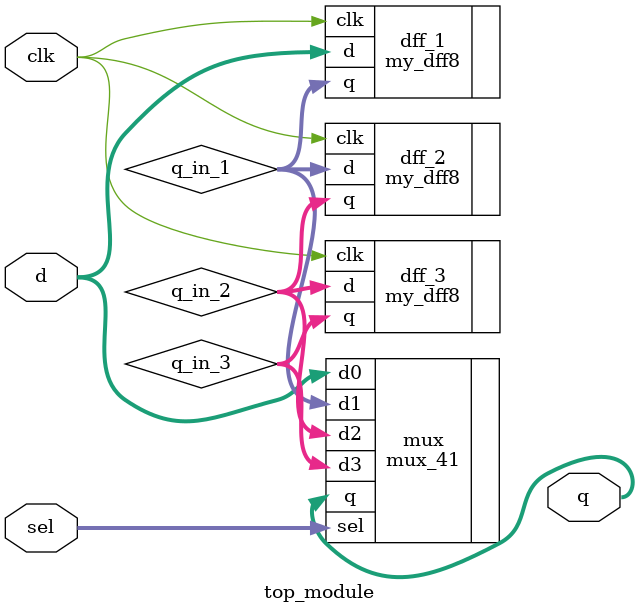
<source format=v>
module top_module (
    input clk, 
    input [7:0] d,
    input [1:0] sel,
    output [7:0] q
);
    wire [7:0] q_in_1;
    wire [7:0] q_in_2;
    wire [7:0] q_in_3;

    my_dff8 dff_1 (
        .clk(clk),
        .d(d),
        .q(q_in_1)
    );

    my_dff8 dff_2 (
        .clk(clk),
        .d(q_in_1),
        .q(q_in_2)
    );

    my_dff8 dff_3 (
        .clk(clk),
        .d(q_in_2),
        .q(q_in_3)
    );

    mux_41 mux (
        .sel(sel),
        .d0(d),
        .d1(q_in_1),
        .d2(q_in_2),
        .d3(q_in_3),
        .q(q)
    );
endmodule
</source>
